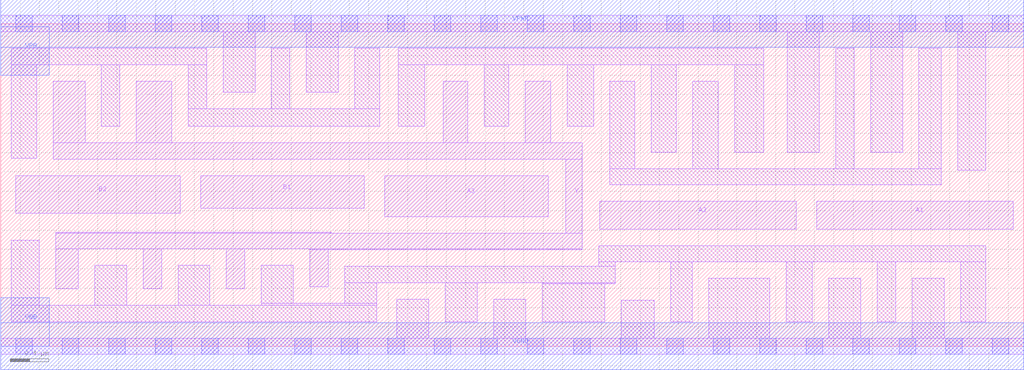
<source format=lef>
# Copyright 2020 The SkyWater PDK Authors
#
# Licensed under the Apache License, Version 2.0 (the "License");
# you may not use this file except in compliance with the License.
# You may obtain a copy of the License at
#
#     https://www.apache.org/licenses/LICENSE-2.0
#
# Unless required by applicable law or agreed to in writing, software
# distributed under the License is distributed on an "AS IS" BASIS,
# WITHOUT WARRANTIES OR CONDITIONS OF ANY KIND, either express or implied.
# See the License for the specific language governing permissions and
# limitations under the License.
#
# SPDX-License-Identifier: Apache-2.0

VERSION 5.5 ;
NAMESCASESENSITIVE ON ;
BUSBITCHARS "[]" ;
DIVIDERCHAR "/" ;
MACRO sky130_fd_sc_lp__o32ai_4
  CLASS CORE ;
  SOURCE USER ;
  ORIGIN  0.000000  0.000000 ;
  SIZE  10.56000 BY  3.330000 ;
  SYMMETRY X Y R90 ;
  SITE unit ;
  PIN A1
    ANTENNAGATEAREA  1.260000 ;
    DIRECTION INPUT ;
    USE SIGNAL ;
    PORT
      LAYER li1 ;
        RECT 8.425000 1.210000 10.455000 1.495000 ;
    END
  END A1
  PIN A2
    ANTENNAGATEAREA  1.260000 ;
    DIRECTION INPUT ;
    USE SIGNAL ;
    PORT
      LAYER li1 ;
        RECT 6.185000 1.210000 8.215000 1.495000 ;
    END
  END A2
  PIN A3
    ANTENNAGATEAREA  1.260000 ;
    DIRECTION INPUT ;
    USE SIGNAL ;
    PORT
      LAYER li1 ;
        RECT 3.965000 1.335000 5.655000 1.760000 ;
    END
  END A3
  PIN B1
    ANTENNAGATEAREA  1.260000 ;
    DIRECTION INPUT ;
    USE SIGNAL ;
    PORT
      LAYER li1 ;
        RECT 2.065000 1.425000 3.755000 1.760000 ;
    END
  END B1
  PIN B2
    ANTENNAGATEAREA  1.260000 ;
    DIRECTION INPUT ;
    USE SIGNAL ;
    PORT
      LAYER li1 ;
        RECT 0.155000 1.375000 1.855000 1.760000 ;
    END
  END B2
  PIN Y
    ANTENNADIFFAREA  2.352000 ;
    DIRECTION OUTPUT ;
    USE SIGNAL ;
    PORT
      LAYER li1 ;
        RECT 0.540000 1.930000 6.005000 2.100000 ;
        RECT 0.540000 2.100000 0.870000 2.735000 ;
        RECT 0.570000 0.595000 0.800000 1.005000 ;
        RECT 0.570000 1.005000 6.005000 1.165000 ;
        RECT 0.570000 1.165000 3.410000 1.175000 ;
        RECT 1.400000 2.100000 1.765000 2.735000 ;
        RECT 1.470000 0.595000 1.660000 1.005000 ;
        RECT 2.330000 0.595000 2.520000 1.005000 ;
        RECT 3.190000 0.615000 3.380000 0.995000 ;
        RECT 3.190000 0.995000 6.005000 1.005000 ;
        RECT 4.570000 2.100000 4.820000 2.735000 ;
        RECT 5.415000 2.100000 5.680000 2.735000 ;
        RECT 5.835000 1.165000 6.005000 1.930000 ;
    END
  END Y
  PIN VGND
    DIRECTION INOUT ;
    USE GROUND ;
    PORT
      LAYER met1 ;
        RECT 0.000000 -0.245000 10.560000 0.245000 ;
    END
  END VGND
  PIN VNB
    DIRECTION INOUT ;
    USE GROUND ;
    PORT
      LAYER met1 ;
        RECT 0.000000 0.000000 0.500000 0.500000 ;
    END
  END VNB
  PIN VPB
    DIRECTION INOUT ;
    USE POWER ;
    PORT
      LAYER met1 ;
        RECT 0.000000 2.800000 0.500000 3.300000 ;
    END
  END VPB
  PIN VPWR
    DIRECTION INOUT ;
    USE POWER ;
    PORT
      LAYER met1 ;
        RECT 0.000000 3.085000 10.560000 3.575000 ;
    END
  END VPWR
  OBS
    LAYER li1 ;
      RECT 0.000000 -0.085000 10.560000 0.085000 ;
      RECT 0.000000  3.245000 10.560000 3.415000 ;
      RECT 0.110000  0.255000  3.880000 0.425000 ;
      RECT 0.110000  0.425000  0.400000 1.095000 ;
      RECT 0.110000  1.940000  0.370000 2.905000 ;
      RECT 0.110000  2.905000  2.125000 3.075000 ;
      RECT 0.970000  0.425000  1.300000 0.835000 ;
      RECT 1.040000  2.270000  1.230000 2.905000 ;
      RECT 1.830000  0.425000  2.160000 0.835000 ;
      RECT 1.935000  2.270000  3.915000 2.450000 ;
      RECT 1.935000  2.450000  2.125000 2.905000 ;
      RECT 2.295000  2.620000  2.625000 3.245000 ;
      RECT 2.690000  0.425000  3.880000 0.445000 ;
      RECT 2.690000  0.445000  3.020000 0.835000 ;
      RECT 2.795000  2.450000  2.985000 3.075000 ;
      RECT 3.155000  2.620000  3.485000 3.245000 ;
      RECT 3.550000  0.445000  3.880000 0.655000 ;
      RECT 3.550000  0.655000  6.345000 0.825000 ;
      RECT 3.655000  2.450000  3.915000 3.075000 ;
      RECT 4.090000  0.085000  4.420000 0.485000 ;
      RECT 4.105000  2.270000  4.375000 2.905000 ;
      RECT 4.105000  2.905000  7.875000 3.075000 ;
      RECT 4.590000  0.255000  4.920000 0.655000 ;
      RECT 4.990000  2.270000  5.245000 2.905000 ;
      RECT 5.090000  0.085000  5.420000 0.485000 ;
      RECT 5.590000  0.255000  6.235000 0.645000 ;
      RECT 5.590000  0.645000  6.345000 0.655000 ;
      RECT 5.850000  2.270000  6.120000 2.905000 ;
      RECT 6.175000  0.825000  6.345000 0.870000 ;
      RECT 6.175000  0.870000 10.170000 1.040000 ;
      RECT 6.290000  1.665000  9.710000 1.835000 ;
      RECT 6.290000  1.835000  6.545000 2.735000 ;
      RECT 6.405000  0.085000  6.745000 0.475000 ;
      RECT 6.715000  2.005000  6.975000 2.905000 ;
      RECT 6.915000  0.255000  7.140000 0.870000 ;
      RECT 7.145000  1.835000  7.410000 2.735000 ;
      RECT 7.310000  0.085000  7.940000 0.700000 ;
      RECT 7.580000  2.005000  7.875000 2.905000 ;
      RECT 8.110000  0.255000  8.380000 0.870000 ;
      RECT 8.120000  2.005000  8.450000 3.245000 ;
      RECT 8.550000  0.085000  8.880000 0.700000 ;
      RECT 8.620000  1.835000  8.810000 3.075000 ;
      RECT 8.980000  2.005000  9.310000 3.245000 ;
      RECT 9.050000  0.255000  9.240000 0.870000 ;
      RECT 9.410000  0.085000  9.740000 0.700000 ;
      RECT 9.480000  1.835000  9.710000 3.075000 ;
      RECT 9.880000  1.815000 10.170000 3.245000 ;
      RECT 9.910000  0.255000 10.170000 0.870000 ;
    LAYER mcon ;
      RECT  0.155000 -0.085000  0.325000 0.085000 ;
      RECT  0.155000  3.245000  0.325000 3.415000 ;
      RECT  0.635000 -0.085000  0.805000 0.085000 ;
      RECT  0.635000  3.245000  0.805000 3.415000 ;
      RECT  1.115000 -0.085000  1.285000 0.085000 ;
      RECT  1.115000  3.245000  1.285000 3.415000 ;
      RECT  1.595000 -0.085000  1.765000 0.085000 ;
      RECT  1.595000  3.245000  1.765000 3.415000 ;
      RECT  2.075000 -0.085000  2.245000 0.085000 ;
      RECT  2.075000  3.245000  2.245000 3.415000 ;
      RECT  2.555000 -0.085000  2.725000 0.085000 ;
      RECT  2.555000  3.245000  2.725000 3.415000 ;
      RECT  3.035000 -0.085000  3.205000 0.085000 ;
      RECT  3.035000  3.245000  3.205000 3.415000 ;
      RECT  3.515000 -0.085000  3.685000 0.085000 ;
      RECT  3.515000  3.245000  3.685000 3.415000 ;
      RECT  3.995000 -0.085000  4.165000 0.085000 ;
      RECT  3.995000  3.245000  4.165000 3.415000 ;
      RECT  4.475000 -0.085000  4.645000 0.085000 ;
      RECT  4.475000  3.245000  4.645000 3.415000 ;
      RECT  4.955000 -0.085000  5.125000 0.085000 ;
      RECT  4.955000  3.245000  5.125000 3.415000 ;
      RECT  5.435000 -0.085000  5.605000 0.085000 ;
      RECT  5.435000  3.245000  5.605000 3.415000 ;
      RECT  5.915000 -0.085000  6.085000 0.085000 ;
      RECT  5.915000  3.245000  6.085000 3.415000 ;
      RECT  6.395000 -0.085000  6.565000 0.085000 ;
      RECT  6.395000  3.245000  6.565000 3.415000 ;
      RECT  6.875000 -0.085000  7.045000 0.085000 ;
      RECT  6.875000  3.245000  7.045000 3.415000 ;
      RECT  7.355000 -0.085000  7.525000 0.085000 ;
      RECT  7.355000  3.245000  7.525000 3.415000 ;
      RECT  7.835000 -0.085000  8.005000 0.085000 ;
      RECT  7.835000  3.245000  8.005000 3.415000 ;
      RECT  8.315000 -0.085000  8.485000 0.085000 ;
      RECT  8.315000  3.245000  8.485000 3.415000 ;
      RECT  8.795000 -0.085000  8.965000 0.085000 ;
      RECT  8.795000  3.245000  8.965000 3.415000 ;
      RECT  9.275000 -0.085000  9.445000 0.085000 ;
      RECT  9.275000  3.245000  9.445000 3.415000 ;
      RECT  9.755000 -0.085000  9.925000 0.085000 ;
      RECT  9.755000  3.245000  9.925000 3.415000 ;
      RECT 10.235000 -0.085000 10.405000 0.085000 ;
      RECT 10.235000  3.245000 10.405000 3.415000 ;
  END
END sky130_fd_sc_lp__o32ai_4

</source>
